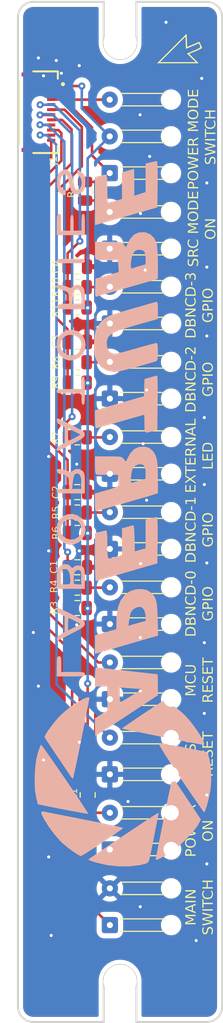
<source format=kicad_pcb>
(kicad_pcb (version 20241229) (generator "pcbnew") (generator_version "9.0")
  (layers (0 "F.Cu" signal) (2 "B.Cu" signal) (13 "F.Paste" user) (15 "B.Paste" user) (5 "F.SilkS" user "F.Silkscreen") (7 "B.SilkS" user "B.Silkscreen") (1 "F.Mask" user) (3 "B.Mask" user) (25 "Edge.Cuts" user))
  (net 0 "")
  (net 1 "GND")
  (net 2 "/EN")
  (net 3 "Net-(D1-A)")
  (net 4 "Net-(D2-A)")
  (net 5 "Net-(D3-A)")
  (net 6 "+3V3")
  (net 7 "/MSW_ON")
  (net 8 "/GNSS_RST")
  (net 9 "/DBNCD_0")
  (net 10 "/DBNCD_3")
  (net 11 "/DBNCD_2")
  (net 12 "/DBNCD_1")
  (net 15 "/DB_3")
  (net 16 "/DB_2")
  (net 17 "/DB_1")
  (net 18 "/DB_0")
  (net 19 "/LED_EXT")
  (net 20 "/SINK-MODE")
  (net 21 "/SRC-MODE")
  (footprint "Connector_Wire:SolderWire-0.1sqmm_1x02_P3.6mm_D0.4mm_OD1mm_Relief" (layer "F.Cu") (at 197.25 139.5 90)
    (property "Reference" "SW1" (hide yes))
    (property "Value" "SPDT")
    (pad "" np_thru_hole circle (at 0 6 90) (size 1.5 1.5) (drill 1.5) (layers "*.Cu" "*.Mask"))
    (pad "" np_thru_hole circle (at 3.6 6 90) (size 1.5 1.5) (drill 1.5) (layers "*.Cu" "*.Mask"))
    (pad "1" thru_hole roundrect (at 0 0 90) (size 1.6 1.6) (drill 0.6) (layers "*.Cu" "*.Mask") (roundrect_rratio 0.15625) (net 7 "/MSW_ON"))
    (pad "2" thru_hole circle (at 3.6 0 90) (size 1.6 1.6) (drill 0.6) (layers "*.Cu" "*.Mask") (net 1 "GND"))
  )
  (footprint "Connector_Wire:SolderWire-0.1sqmm_1x02_P3.6mm_D0.4mm_OD1mm_Relief" (layer "F.Cu") (at 197.25 124.724 90)
    (property "Reference" "SW5" (hide yes))
    (property "Value" "RESET")
    (pad "" np_thru_hole circle (at 0 6 90) (size 1.5 1.5) (drill 1.5) (layers "*.Cu" "*.Mask"))
    (pad "" np_thru_hole circle (at 3.6 6 90) (size 1.5 1.5) (drill 1.5) (layers "*.Cu" "*.Mask"))
    (pad "1" thru_hole roundrect (at 0 0 90) (size 1.6 1.6) (drill 0.6) (layers "*.Cu" "*.Mask") (roundrect_rratio 0.15625) (net 1 "GND"))
    (pad "2" thru_hole circle (at 3.6 0 90) (size 1.6 1.6) (drill 0.6) (layers "*.Cu" "*.Mask") (net 8 "/GNSS_RST"))
  )
  (footprint "Resistor_SMD:R_0805_2012Metric" (layer "F.Cu") (at 194.06 78.961)
    (property "Reference" "R11" (at -2.05 0 90) (layer "F.SilkS") (effects (font (size 0.7 0.7) (thickness 0.7))))
    (property "Value" "10k")
    (pad "1" smd roundrect (at -0.9125 0) (size 1.025 1.4) (layers "F.Cu" "F.Mask" "F.Paste") (roundrect_rratio 0.243902) (net 10 "/DBNCD_3"))
    (pad "2" smd roundrect (at 0.9125 0) (size 1.025 1.4) (layers "F.Cu" "F.Mask" "F.Paste") (roundrect_rratio 0.243902) (net 6 "+3V3"))
  )
  (footprint "Connector_Wire:SolderWire-0.1sqmm_1x02_P3.6mm_D0.4mm_OD1mm_Relief" (layer "F.Cu") (at 197.235 73.195 90)
    (property "Reference" "D1" (hide yes))
    (property "Value" "LED")
    (pad "" np_thru_hole circle (at 0 6 90) (size 1.5 1.5) (drill 1.5) (layers "*.Cu" "*.Mask"))
    (pad "" np_thru_hole circle (at 3.6 6 90) (size 1.5 1.5) (drill 1.5) (layers "*.Cu" "*.Mask"))
    (pad "1" thru_hole roundrect (at 0 0 90) (size 1.6 1.6) (drill 0.6) (layers "*.Cu" "*.Mask") (roundrect_rratio 0.15625) (net 1 "GND"))
    (pad "2" thru_hole circle (at 3.6 0 90) (size 1.6 1.6) (drill 0.6) (layers "*.Cu" "*.Mask") (net 3 "Net-(D1-A)"))
  )
  (footprint "sumec_graphic:CURSOR_IMG" (layer "F.Cu") (at 206.381956 50.226983 90)
    (property "Reference" "G***" (hide yes))
    (property "Value" "LOGO" (hide yes))
  )
  (footprint "Connector_Wire:SolderWire-0.1sqmm_1x02_P3.6mm_D0.4mm_OD1mm_Relief" (layer "F.Cu") (at 197.25 117.358 90)
    (property "Reference" "SW3" (hide yes))
    (property "Value" "RESET")
    (pad "" np_thru_hole circle (at 0 6 90) (size 1.5 1.5) (drill 1.5) (layers "*.Cu" "*.Mask"))
    (pad "" np_thru_hole circle (at 3.6 6 90) (size 1.5 1.5) (drill 1.5) (layers "*.Cu" "*.Mask"))
    (pad "1" thru_hole roundrect (at 0 0 90) (size 1.6 1.6) (drill 0.6) (layers "*.Cu" "*.Mask") (roundrect_rratio 0.15625) (net 1 "GND"))
    (pad "2" thru_hole circle (at 3.6 0 90) (size 1.6 1.6) (drill 0.6) (layers "*.Cu" "*.Mask") (net 2 "/EN"))
  )
  (footprint "MountingHole:MountingHole_3.2mm_M3" (layer "F.Cu") (at 198.25 52.996996 -90)
    (property "Reference" "H2" (hide yes))
    (property "Value" "M3")
    (pad "" np_thru_hole circle (at 0 0 270) (size 3.2 3.2) (drill 3.2) (layers "*.Cu" "*.Mask"))
  )
  (footprint "Resistor_SMD:R_0805_2012Metric" (layer "F.Cu") (at 195.076 126.745 -90)
    (property "Reference" "R1" (at -0.028 1.322 90) (layer "F.SilkS") (effects (font (size 0.7 0.7) (thickness 0.7))))
    (property "Value" "2.2k")
    (pad "1" smd roundrect (at -0.9125 0 270) (size 1.025 1.4) (layers "F.Cu" "F.Mask" "F.Paste") (roundrect_rratio 0.243902) (net 6 "+3V3"))
    (pad "2" smd roundrect (at 0.9125 0 270) (size 1.025 1.4) (layers "F.Cu" "F.Mask" "F.Paste") (roundrect_rratio 0.243902) (net 4 "Net-(D2-A)"))
  )
  (footprint "Resistor_SMD:R_0805_2012Metric" (layer "F.Cu") (at 194.06 99.059 180)
    (property "Reference" "R5" (at 2.05 0 90) (layer "F.SilkS") (effects (font (size 0.7 0.7) (thickness 0.7))))
    (property "Value" "1k")
    (pad "1" smd roundrect (at -0.9125 0 180) (size 1.025 1.4) (layers "F.Cu" "F.Mask" "F.Paste") (roundrect_rratio 0.243902) (net 17 "/DB_1"))
    (pad "2" smd roundrect (at 0.9125 0 180) (size 1.025 1.4) (layers "F.Cu" "F.Mask" "F.Paste") (roundrect_rratio 0.243902) (net 12 "/DBNCD_1"))
  )
  (footprint "Resistor_SMD:R_0805_2012Metric" (layer "F.Cu") (at 194.06 101.059)
    (property "Reference" "R6" (at -2.05 0 90) (layer "F.SilkS") (effects (font (size 0.7 0.7) (thickness 0.7))))
    (property "Value" "10k")
    (pad "1" smd roundrect (at -0.9125 0) (size 1.025 1.4) (layers "F.Cu" "F.Mask" "F.Paste") (roundrect_rratio 0.243902) (net 12 "/DBNCD_1"))
    (pad "2" smd roundrect (at 0.9125 0) (size 1.025 1.4) (layers "F.Cu" "F.Mask" "F.Paste") (roundrect_rratio 0.243902) (net 6 "+3V3"))
  )
  (footprint "gps-compass_brd:GCT_FFC2B28-12-G" (layer "F.Cu") (at 190.254 59.817 -90)
    (property "Reference" "J1" (at 4.75 -1.5 90) (layer "F.SilkS") (effects (font (size 0.7 0.7) (thickness 0.7))))
    (property "Value" "FFC2B28-12-G")
    (pad "1" smd rect (at -2.75 -1.25 270) (size 0.3 0.8) (layers "F.Cu" "F.Paste") (net 1 "GND"))
    (pad "2" smd rect (at -2.25 -1.25 270) (size 0.3 0.8) (layers "F.Cu" "F.Paste") (net 6 "+3V3"))
    (pad "3" smd rect (at -1.75 -1.25 270) (size 0.3 0.8) (layers "F.Cu" "F.Paste") (net 20 "/SINK-MODE"))
    (pad "4" smd rect (at -1.25 -1.25 270) (size 0.3 0.8) (layers "F.Cu" "F.Paste") (net 21 "/SRC-MODE"))
    (pad "5" smd rect (at -0.75 -1.25 270) (size 0.3 0.8) (layers "F.Cu" "F.Paste") (net 10 "/DBNCD_3"))
    (pad "6" smd rect (at -0.25 -1.25 270) (size 0.3 0.8) (layers "F.Cu" "F.Paste") (net 11 "/DBNCD_2"))
    (pad "7" smd rect (at 0.25 -1.25 270) (size 0.3 0.8) (layers "F.Cu" "F.Paste") (net 19 "/LED_EXT"))
    (pad "8" smd rect (at 0.75 -1.25 270) (size 0.3 0.8) (layers "F.Cu" "F.Paste") (net 12 "/DBNCD_1"))
    (pad "9" smd rect (at 1.25 -1.25 270) (size 0.3 0.8) (layers "F.Cu" "F.Paste") (net 9 "/DBNCD_0"))
    (pad "10" smd rect (at 1.75 -1.25 270) (size 0.3 0.8) (layers "F.Cu" "F.Paste") (net 2 "/EN"))
    (pad "11" smd rect (at 2.25 -1.25 270) (size 0.3 0.8) (layers "F.Cu" "F.Paste") (net 8 "/GNSS_RST"))
    (pad "12" smd rect (at 2.75 -1.25 270) (size 0.3 0.8) (layers "F.Cu" "F.Paste") (net 7 "/MSW_ON"))
    (pad "S1" smd rect (at -3.7 1.25 270) (size 0.4 0.8) (layers "F.Cu" "F.Mask" "F.Paste"))
    (pad "S2" smd rect (at 3.7 1.25 270) (size 0.4 0.8) (layers "F.Cu" "F.Mask" "F.Paste"))
  )
  (footprint "Connector_Wire:SolderWire-0.1sqmm_1x03_P3.6mm_D0.4mm_OD1mm_Relief" (layer "F.Cu") (at 197.235 65.785 90)
    (property "Reference" "SW2" (hide yes))
    (property "Value" "SW_SPDT")
    (pad "" np_thru_hole circle (at 0 6 90) (size 1.5 1.5) (drill 1.5) (layers "*.Cu" "*.Mask"))
    (pad "" np_thru_hole circle (at 3.6 6 90) (size 1.5 1.5) (drill 1.5) (layers "*.Cu" "*.Mask"))
    (pad "" np_thru_hole circle (at 7.2 6 90) (size 1.5 1.5) (drill 1.5) (layers "*.Cu" "*.Mask"))
    (pad "1" thru_hole roundrect (at 0 0 90) (size 1.6 1.6) (drill 0.6) (layers "*.Cu" "*.Mask") (roundrect_rratio 0.15625) (net 21 "/SRC-MODE"))
    (pad "2" thru_hole circle (at 3.6 0 90) (size 1.6 1.6) (drill 0.6) (layers "*.Cu" "*.Mask") (net 6 "+3V3"))
    (pad "3" thru_hole circle (at 7.2 0 90) (size 1.6 1.6) (drill 0.6) (layers "*.Cu" "*.Mask") (net 20 "/SINK-MODE"))
  )
  (footprint "Connector_Wire:SolderWire-0.1sqmm_1x02_P3.6mm_D0.4mm_OD1mm_Relief" (layer "F.Cu") (at 197.25 95.26 90)
    (property "Reference" "D3" (hide yes))
    (property "Value" "LED")
    (pad "" np_thru_hole circle (at 0 6 90) (size 1.5 1.5) (drill 1.5) (layers "*.Cu" "*.Mask"))
    (pad "" np_thru_hole circle (at 3.6 6 90) (size 1.5 1.5) (drill 1.5) (layers "*.Cu" "*.Mask"))
    (pad "1" thru_hole roundrect (at 0 0 90) (size 1.6 1.6) (drill 0.6) (layers "*.Cu" "*.Mask") (roundrect_rratio 0.15625) (net 1 "GND"))
    (pad "2" thru_hole circle (at 3.6 0 90) (size 1.6 1.6) (drill 0.6) (layers "*.Cu" "*.Mask") (net 5 "Net-(D3-A)"))
  )
  (footprint "Capacitor_SMD:C_0805_2012Metric" (layer "F.Cu") (at 194.06 104.425 180)
    (property "Reference" "C1" (at 2.25 0.03 90) (layer "F.SilkS") (effects (font (size 0.7 0.7) (thickness 0.7))))
    (property "Value" "100nF")
    (pad "1" smd roundrect (at -0.95 0 180) (size 1 1.45) (layers "F.Cu" "F.Mask" "F.Paste") (net 1 "GND"))
    (pad "2" smd roundrect (at 0.95 0 180) (size 1 1.45) (layers "F.Cu" "F.Mask" "F.Paste") (net 9 "/DBNCD_0"))
  )
  (footprint "Resistor_SMD:R_0805_2012Metric" (layer "F.Cu") (at 194.822 67.563 -90)
    (property "Reference" "R2" (at 0 1.318 90) (layer "F.SilkS") (effects (font (size 0.7 0.7) (thickness 0.7))))
    (property "Value" "2.2k")
    (pad "1" smd roundrect (at -0.9125 0 270) (size 1.025 1.4) (layers "F.Cu" "F.Mask" "F.Paste") (roundrect_rratio 0.243902) (net 21 "/SRC-MODE"))
    (pad "2" smd roundrect (at 0.9125 0 270) (size 1.025 1.4) (layers "F.Cu" "F.Mask" "F.Paste") (roundrect_rratio 0.243902) (net 3 "Net-(D1-A)"))
  )
  (footprint "Capacitor_SMD:C_0805_2012Metric" (layer "F.Cu") (at 194.06 97.059 180)
    (property "Reference" "C2" (at 2.05 0 90) (layer "F.SilkS") (effects (font (size 0.7 0.7) (thickness 0.7))))
    (property "Value" "100n")
    (pad "1" smd roundrect (at -0.95 0 180) (size 1 1.45) (layers "F.Cu" "F.Mask" "F.Paste") (net 1 "GND"))
    (pad "2" smd roundrect (at 0.95 0 180) (size 1 1.45) (layers "F.Cu" "F.Mask" "F.Paste") (net 12 "/DBNCD_1"))
  )
  (footprint "Resistor_SMD:R_0805_2012Metric" (layer "F.Cu") (at 194.06 86.327)
    (property "Reference" "R9" (at -2.05 -0.05 270) (layer "F.SilkS") (effects (font (size 0.7 0.7) (thickness 0.7))))
    (property "Value" "10k")
    (pad "1" smd roundrect (at -0.9125 0) (size 1.025 1.4) (layers "F.Cu" "F.Mask" "F.Paste") (roundrect_rratio 0.243902) (net 11 "/DBNCD_2"))
    (pad "2" smd roundrect (at 0.9125 0) (size 1.025 1.4) (layers "F.Cu" "F.Mask" "F.Paste") (roundrect_rratio 0.243902) (net 6 "+3V3"))
  )
  (footprint "Resistor_SMD:R_0805_2012Metric" (layer "F.Cu") (at 194.06 106.425 180)
    (property "Reference" "R3" (at 2.25 -1.97 90) (layer "F.SilkS") (effects (font (size 0.7 0.7) (thickness 0.7))))
    (property "Value" "1k")
    (pad "1" smd roundrect (at -0.9125 0 180) (size 1.025 1.4) (layers "F.Cu" "F.Mask" "F.Paste") (roundrect_rratio 0.243902) (net 18 "/DB_0"))
    (pad "2" smd roundrect (at 0.9125 0 180) (size 1.025 1.4) (layers "F.Cu" "F.Mask" "F.Paste") (roundrect_rratio 0.243902) (net 9 "/DBNCD_0"))
  )
  (footprint "Connector_Wire:SolderWire-0.1sqmm_1x02_P3.6mm_D0.4mm_OD1mm_Relief" (layer "F.Cu") (at 197.25 109.992 90)
    (property "Reference" "SW4" (hide yes))
    (property "Value" "EXT")
    (pad "" np_thru_hole circle (at 0 6 90) (size 1.5 1.5) (drill 1.5) (layers "*.Cu" "*.Mask"))
    (pad "" np_thru_hole circle (at 3.6 6 90) (size 1.5 1.5) (drill 1.5) (layers "*.Cu" "*.Mask"))
    (pad "1" thru_hole roundrect (at 0 0 90) (size 1.6 1.6) (drill 0.6) (layers "*.Cu" "*.Mask") (roundrect_rratio 0.15625) (net 1 "GND"))
    (pad "2" thru_hole circle (at 3.6 0 90) (size 1.6 1.6) (drill 0.6) (layers "*.Cu" "*.Mask") (net 18 "/DB_0"))
  )
  (footprint "Connector_Wire:SolderWire-0.1sqmm_1x02_P3.6mm_D0.4mm_OD1mm_Relief" (layer "F.Cu") (at 197.25 80.528 90)
    (property "Reference" "SW8" (hide yes))
    (property "Value" "EXT")
    (pad "" np_thru_hole circle (at 0 6 90) (size 1.5 1.5) (drill 1.5) (layers "*.Cu" "*.Mask"))
    (pad "" np_thru_hole circle (at 3.6 6 90) (size 1.5 1.5) (drill 1.5) (layers "*.Cu" "*.Mask"))
    (pad "1" thru_hole roundrect (at 0 0 90) (size 1.6 1.6) (drill 0.6) (layers "*.Cu" "*.Mask") (roundrect_rratio 0.15625) (net 1 "GND"))
    (pad "2" thru_hole circle (at 3.6 0 90) (size 1.6 1.6) (drill 0.6) (layers "*.Cu" "*.Mask") (net 15 "/DB_3"))
  )
  (footprint "Capacitor_SMD:C_0805_2012Metric" (layer "F.Cu") (at 194.06 82.327 180)
    (property "Reference" "C3" (at 2.05 0.05 90) (layer "F.SilkS") (effects (font (size 0.7 0.7) (thickness 0.7))))
    (property "Value" "100n")
    (pad "1" smd roundrect (at -0.95 0 180) (size 1 1.45) (layers "F.Cu" "F.Mask" "F.Paste") (net 1 "GND"))
    (pad "2" smd roundrect (at 0.95 0 180) (size 1 1.45) (layers "F.Cu" "F.Mask" "F.Paste") (net 11 "/DBNCD_2"))
  )
  (footprint "Connector_Wire:SolderWire-0.1sqmm_1x02_P3.6mm_D0.4mm_OD1mm_Relief" (layer "F.Cu") (at 197.25 132.09 90)
    (property "Reference" "D2" (hide yes))
    (property "Value" "LED")
    (pad "" np_thru_hole circle (at 0 6 90) (size 1.5 1.5) (drill 1.5) (layers "*.Cu" "*.Mask"))
    (pad "" np_thru_hole circle (at 3.6 6 90) (size 1.5 1.5) (drill 1.5) (layers "*.Cu" "*.Mask"))
    (pad "1" thru_hole roundrect (at 0 0 90) (size 1.6 1.6) (drill 0.6) (layers "*.Cu" "*.Mask") (roundrect_rratio 0.15625) (net 7 "/MSW_ON"))
    (pad "2" thru_hole circle (at 3.6 0 90) (size 1.6 1.6) (drill 0.6) (layers "*.Cu" "*.Mask") (net 4 "Net-(D2-A)"))
  )
  (footprint "MountingHole:MountingHole_3.2mm_M3" (layer "F.Cu") (at 198.249981 144.996968 -90)
    (property "Reference" "H1" (hide yes))
    (property "Value" "M3")
    (pad "" np_thru_hole circle (at 0 0 270) (size 3.2 3.2) (drill 3.2) (layers "*.Cu" "*.Mask"))
  )
  (footprint "Connector_Wire:SolderWire-0.1sqmm_1x02_P3.6mm_D0.4mm_OD1mm_Relief" (layer "F.Cu") (at 197.25 102.626 90)
    (property "Reference" "SW6" (hide yes))
    (property "Value" "EXT")
    (pad "" np_thru_hole circle (at 0 6 90) (size 1.5 1.5) (drill 1.5) (layers "*.Cu" "*.Mask"))
    (pad "" np_thru_hole circle (at 3.6 6 90) (size 1.5 1.5) (drill 1.5) (layers "*.Cu" "*.Mask"))
    (pad "1" thru_hole roundrect (at 0 0 90) (size 1.6 1.6) (drill 0.6) (layers "*.Cu" "*.Mask") (roundrect_rratio 0.15625) (net 1 "GND"))
    (pad "2" thru_hole circle (at 3.6 0 90) (size 1.6 1.6) (drill 0.6) (layers "*.Cu" "*.Mask") (net 17 "/DB_1"))
  )
  (footprint "Resistor_SMD:R_0805_2012Metric" (layer "F.Cu") (at 194.06 91.693)
    (property "Reference" "R7" (at -2.05 0.05 90) (layer "F.SilkS") (effects (font (size 0.7 0.7) (thickness 0.7))))
    (property "Value" "220R")
    (pad "1" smd roundrect (at -0.9125 0) (size 1.025 1.4) (layers "F.Cu" "F.Mask" "F.Paste") (roundrect_rratio 0.243902) (net 19 "/LED_EXT"))
    (pad "2" smd roundrect (at 0.9125 0) (size 1.025 1.4) (layers "F.Cu" "F.Mask" "F.Paste") (roundrect_rratio 0.243902) (net 5 "Net-(D3-A)"))
  )
  (footprint "Resistor_SMD:R_0805_2012Metric" (layer "F.Cu") (at 194.06 76.961 180)
    (property "Reference" "R10" (at 2.05 0 90) (layer "F.SilkS") (effects (font (size 0.7 0.7) (thickness 0.7))))
    (property "Value" "1k")
    (pad "1" smd roundrect (at -0.9125 0 180) (size 1.025 1.4) (layers "F.Cu" "F.Mask" "F.Paste") (roundrect_rratio 0.243902) (net 15 "/DB_3"))
    (pad "2" smd roundrect (at 0.9125 0 180) (size 1.025 1.4) (layers "F.Cu" "F.Mask" "F.Paste") (roundrect_rratio 0.243902) (net 10 "/DBNCD_3"))
  )
  (footprint "Connector_Wire:SolderWire-0.1sqmm_1x02_P3.6mm_D0.4mm_OD1mm_Relief" (layer "F.Cu") (at 197.25 87.894 90)
    (property "Reference" "SW7" (hide yes))
    (property "Value" "EXT")
    (pad "" np_thru_hole circle (at 0 6 90) (size 1.5 1.5) (drill 1.5) (layers "*.Cu" "*.Mask"))
    (pad "" np_thru_hole circle (at 3.6 6 90) (size 1.5 1.5) (drill 1.5) (layers "*.Cu" "*.Mask"))
    (pad "1" thru_hole roundrect (at 0 0 90) (size 1.6 1.6) (drill 0.6) (layers "*.Cu" "*.Mask") (roundrect_rratio 0.15625) (net 1 "GND"))
    (pad "2" thru_hole circle (at 3.6 0 90) (size 1.6 1.6) (drill 0.6) (layers "*.Cu" "*.Mask") (net 16 "/DB_2"))
  )
  (footprint "Capacitor_SMD:C_0805_2012Metric" (layer "F.Cu") (at 194.06 74.961 180)
    (property "Reference" "C4" (at 2.05 0 90) (layer "F.SilkS") (effects (font (size 0.7 0.7) (thickness 0.7))))
    (property "Value" "100nF")
    (pad "1" smd roundrect (at -0.95 0 180) (size 1 1.45) (layers "F.Cu" "F.Mask" "F.Paste") (net 1 "GND"))
    (pad "2" smd roundrect (at 0.95 0 180) (size 1 1.45) (layers "F.Cu" "F.Mask" "F.Paste") (net 10 "/DBNCD_3"))
  )
  (footprint "Resistor_SMD:R_0805_2012Metric" (layer "F.Cu") (at 194.06 84.327 180)
    (property "Reference" "R8" (at 2.05 -0.05 90) (layer "F.SilkS") (effects (font (size 0.7 0.7) (thickness 0.7))))
    (property "Value" "1k")
    (pad "1" smd roundrect (at -0.9125 0 180) (size 1.025 1.4) (layers "F.Cu" "F.Mask" "F.Paste") (roundrect_rratio 0.243902) (net 16 "/DB_2"))
    (pad "2" smd roundrect (at 0.9125 0 180) (size 1.025 1.4) (layers "F.Cu" "F.Mask" "F.Paste") (roundrect_rratio 0.243902) (net 11 "/DBNCD_2"))
  )
  (footprint "Resistor_SMD:R_0805_2012Metric" (layer "F.Cu") (at 194.06 108.425)
    (property "Reference" "R4" (at -2.25 -2.13 90) (layer "F.SilkS") (effects (font (size 0.7 0.7) (thickness 0.7))))
    (property "Value" "10k")
    (pad "1" smd roundrect (at -0.9125 0) (size 1.025 1.4) (layers "F.Cu" "F.Mask" "F.Paste") (roundrect_rratio 0.243902) (net 9 "/DBNCD_0"))
    (pad "2" smd roundrect (at 0.9125 0) (size 1.025 1.4) (layers "F.Cu" "F.Mask" "F.Paste") (roundrect_rratio 0.243902) (net 6 "+3V3"))
  )
  (footprint "sumec_graphic:APERTURE_ART" (layer "B.Cu") (at 198.5 99 90)
    (property "Reference" "G***" (hide yes))
    (property "Value" "LOGO" (hide yes))
  )
  (gr_arc (start 188.25 50.496968) (mid 188.687499 49.43816) (end 189.744785 48.996996) (stroke (width 0.2)) (layer "Edge.Cuts"))
  (gr_line (start 208.25 147.496968) (end 208.25 50.484578) (stroke (width 0.2)) (layer "Edge.Cuts"))
  (gr_line (start 206.749981 148.996987) (end 206.749981 148.996996) (stroke (width 0.2)) (layer "Edge.Cuts"))
  (gr_line (start 196.65 48.996996) (end 189.744785 48.996996) (stroke (width 0.2)) (layer "Edge.Cuts"))
  (gr_arc (start 196.65 145.0029) (mid 198.247029 143.396979) (end 199.85 144.996996) (stroke (width 0.2)) (layer "Edge.Cuts"))
  (gr_line (start 199.85 148.996996) (end 206.749981 148.996996) (stroke (width 0.2)) (layer "Edge.Cuts"))
  (gr_line (start 199.85 52.996996) (end 199.85 48.996996) (stroke (width 0.2)) (layer "Edge.Cuts"))
  (gr_line (start 188.25 50.496968) (end 188.25 147.496996) (stroke (width 0.2)) (layer "Edge.Cuts"))
  (gr_line (start 196.65 52.996996) (end 196.65 48.996996) (stroke (width 0.2)) (layer "Edge.Cuts"))
  (gr_arc (start 208.25 147.496968) (mid 207.810655 148.557642) (end 206.749981 148.996987) (stroke (width 0.2)) (layer "Edge.Cuts"))
  (gr_line (start 199.85 144.996996) (end 199.85 148.996996) (stroke (width 0.2)) (layer "Edge.Cuts"))
  (gr_line (start 189.749981 148.996996) (end 196.65 148.996996) (stroke (width 0.2)) (layer "Edge.Cuts"))
  (gr_line (start 206.749881 48.996996) (end 199.85 48.996996) (stroke (width 0.2)) (layer "Edge.Cuts"))
  (gr_arc (start 206.749881 48.996996) (mid 207.806202 49.431944) (end 208.25 50.484578) (stroke (width 0.2)) (layer "Edge.Cuts"))
  (gr_arc (start 199.85 52.996996) (mid 198.25 54.596996) (end 196.65 52.996996) (stroke (width 0.2)) (layer "Edge.Cuts"))
  (gr_line (start 196.65 145.0029) (end 196.65 148.996996) (stroke (width 0.2)) (layer "Edge.Cuts"))
  (gr_arc (start 189.749981 148.996996) (mid 188.689346 148.557652) (end 188.25 147.496996) (stroke (width 0.2)) (layer "Edge.Cuts"))
  (gr_text "POWER MODE \nSWITCH" (at 207.75 62.25 90) (layer "F.SilkS") (effects (font (size 1 1) (thickness 0.1)) (justify bottom)))
  (gr_text "GNSS\nRESET" (at 207.5 122.75 90) (layer "F.SilkS") (effects (font (size 1 1) (thickness 0.1)) (justify bottom)))
  (gr_text "POWER\nON" (at 207.5 130.25 90) (layer "F.SilkS") (effects (font (size 1 1) (thickness 0.1)) (justify bottom)))
  (gr_text "DBNCD-2\nGPIO" (at 207.5 86 90) (layer "F.SilkS") (effects (font (size 1 1) (thickness 0.1)) (justify bottom)))
  (gr_text "DBNCD-0\nGPIO" (at 207.5 108 90) (layer "F.SilkS") (effects (font (size 1 1) (thickness 0.1)) (justify bottom)))
  (gr_text "DBNCD-1\nGPIO" (at 207.5 100.75 90) (layer "F.SilkS") (effects (font (size 1 1) (thickness 0.1)) (justify bottom)))
  (gr_text "MAIN\nSWITCH" (at 207.5 137.75 90) (layer "F.SilkS") (effects (font (size 1 1) (thickness 0.1)) (justify bottom)))
  (gr_text "MCU\nRESET" (at 207.5 115.5 90) (layer "F.SilkS") (effects (font (size 1 1) (thickness 0.1)) (justify bottom)))
  (gr_text "EXTERNAL\nLED" (at 207.5 93.5 90) (layer "F.SilkS") (effects (font (size 1 1) (thickness 0.1)) (justify bottom)))
  (gr_text "DBNCD-3\nGPIO" (at 207.5 78.75 90) (layer "F.SilkS") (effects (font (size 1 1) (thickness 0.1)) (justify bottom)))
  (gr_text "SRC MODE\nON" (at 207.75 71.25 90) (layer "F.SilkS") (effects (font (size 1 1) (thickness 0.1)) (justify bottom)))
  (via (at 191.254 93.567) (size 0.7) (drill 0.3) (layers "F.Cu" "B.Cu") (net 1))
  (via (at 206.75 126.75) (size 0.7) (drill 0.3) (layers "F.Cu" "B.Cu") (net 1))
  (via (at 189.754 110.817) (size 0.7) (drill 0.3) (layers "F.Cu" "B.Cu") (net 1))
  (via (at 191.254 132.817) (size 0.7) (drill 0.3) (layers "F.Cu" "B.Cu") (net 1))
  (via (at 191.254 102.817) (size 0.7) (drill 0.3) (layers "F.Cu" "B.Cu") (net 1))
  (via (at 190.25 54.5) (size 0.7) (drill 0.3) (layers "F.Cu" "B.Cu") (net 1))
  (via (at 190.754 123.317) (size 0.7) (drill 0.3) (layers "F.Cu" "B.Cu") (net 1))
  (via (at 194.004 110.067) (size 0.7) (drill 0.3) (layers "F.Cu" "B.Cu") (net 1))
  (via (at 206.75 104) (size 0.7) (drill 0.3) (layers "F.Cu" "B.Cu") (net 1))
  (via (at 200.225 137.7) (size 0.7) (drill 0.3) (layers "F.Cu" "B.Cu") (net 1))
  (via (at 206.75 66.75) (size 0.7) (drill 0.3) (layers "F.Cu" "B.Cu") (net 1))
  (via (at 201.15 64.15) (size 0.7) (drill 0.3) (layers "F.Cu" "B.Cu") (net 1))
  (via (at 206.75 81.75) (size 0.7) (drill 0.3) (layers "F.Cu" "B.Cu") (net 1))
  (via (at 206.5 89.75) (size 0.7) (drill 0.3) (layers "F.Cu" "B.Cu") (net 1))
  (via (at 206.504 96.317) (size 0.7) (drill 0.3) (layers "F.Cu" "B.Cu") (net 1))
  (via (at 200.85 87.05) (size 0.7) (drill 0.3) (layers "F.Cu" "B.Cu") (net 1))
  (via (at 206.5 118.75) (size 0.7) (drill 0.3) (layers "F.Cu" "B.Cu") (net 1))
  (via (at 192.5 56) (size 0.7) (drill 0.3) (layers "F.Cu" "B.Cu") (net 1))
  (via (at 190.75 56.25) (size 0.7) (drill 0.3) (layers "F.Cu" "B.Cu") (net 1))
  (via (at 206.25 56.5) (size 0.7) (drill 0.3) (layers "F.Cu" "B.Cu") (net 1))
  (via (at 200.225 111.317) (size 0.7) (drill 0.3) (layers "F.Cu" "B.Cu") (net 1))
  (via (at 206.504 111.817) (size 0.7) (drill 0.3) (layers "F.Cu" "B.Cu") (net 1))
  (via (at 194.254 121.567) (size 0.7) (drill 0.3) (layers "F.Cu" "B.Cu") (net 1))
  (via (at 200.254 104.067) (size 0.7) (drill 0.3) (layers "F.Cu" "B.Cu") (net 1))
  (via (at 194.254 102.817) (size 0.7) (drill 0.3) (layers "F.Cu" "B.Cu") (net 1))
  (via (at 194.25 55.25) (size 0.7) (drill 0.3) (layers "F.Cu" "B.Cu") (net 1))
  (via (at 200.711239 75.29016) (size 0.7) (drill 0.3) (layers "F.Cu" "B.Cu") (net 1))
  (via (at 191.504 140.517) (size 0.7) (drill 0.3) (layers "F.Cu" "B.Cu") (net 1))
  (via (at 199.030096 127.386183) (size 0.7) (drill 0.3) (layers "F.Cu" "B.Cu") (net 1))
  (via (at 202.75 51) (size 0.7) (drill 0.3) (layers "F.Cu" "B.Cu") (net 1))
  (via (at 190.25 116.077) (size 0.7) (drill 0.3) (layers "F.Cu" "B.Cu") (net 1))
  (via (at 200.225 116.55) (size 0.7) (drill 0.3) (layers "F.Cu" "B.Cu") (net 1))
  (via (at 194.004 94.317) (size 0.7) (drill 0.3) (layers "F.Cu" "B.Cu") (net 1))
  (via (at 192 54.75) (size 0.7) (drill 0.3) (layers "F.Cu" "B.Cu") (net 1))
  (via (at 206.75 133.5) (size 0.7) (drill 0.3) (layers "F.Cu" "B.Cu") (net 1))
  (via (at 205.704 141.017) (size 0.7) (drill 0.3) (layers "F.Cu" "B.Cu") (net 1))
  (via (at 206.75 75) (size 0.7) (drill 0.3) (layers "F.Cu" "B.Cu") (net 1))
  (via (at 200.21 60.067) (size 0.7) (drill 0.3) (layers "F.Cu" "B.Cu") (net 1))
  (via (at 200.504 92.317) (size 0.7) (drill 0.3) (layers "F.Cu" "B.Cu") (net 1))
  (via (at 200.25 69.75) (size 0.7) (drill 0.3) (layers "F.Cu" "B.Cu") (net 1))
  (via (at 200.85 97.85) (size 0.7) (drill 0.3) (layers "F.Cu" "B.Cu") (net 1))
  (segment (start 190.504 108.14337) (end 196.11863 113.758) (width 0.25) (layer "F.Cu") (net 2))
  (segment (start 192.5 61.861) (end 192.5 64.579008) (width 0.25) (layer "F.Cu") (net 2))
  (segment (start 190.504 66.575008) (end 190.504 108.14337) (width 0.25) (layer "F.Cu") (net 2))
  (segment (start 192.206 61.567) (end 192.5 61.861) (width 0.25) (layer "F.Cu") (net 2))
  (segment (start 192.5 64.579008) (end 190.504 66.575008) (width 0.25) (layer "F.Cu") (net 2))
  (segment (start 196.11863 113.758) (end 197.25 113.758) (width 0.25) (layer "F.Cu") (net 2))
  (segment (start 191.504 61.567) (end 192.206 61.567) (width 0.25) (layer "F.Cu") (net 2))
  (segment (start 194.822 68.4755) (end 196.1155 68.4755) (width 0.25) (layer "F.Cu") (net 3))
  (segment (start 196.1155 68.4755) (end 197.235 69.595) (width 0.25) (layer "F.Cu") (net 3))
  (segment (start 197.25 128.49) (end 195.6545 128.49) (width 0.25) (layer "F.Cu") (net 4))
  (segment (start 197.217 128.523) (end 197.25 128.49) (width 0.25) (layer "F.Cu") (net 4))
  (segment (start 195.6545 128.49) (end 194.822 127.6575) (width 0.25) (layer "F.Cu") (net 4))
  (segment (start 194.9725 91.693) (end 197.217 91.693) (width 0.25) (layer "F.Cu") (net 5))
  (segment (start 197.217 91.693) (end 197.25 91.66) (width 0.25) (layer "F.Cu") (net 5))
  (segment (start 194.5 57.25) (end 193.375 57.25) (width 0.25) (layer "F.Cu") (net 6))
  (segment (start 195.0045 101.091) (end 194.9725 101.059) (width 0.25) (layer "F.Cu") (net 6))
  (segment (start 195.0045 108.457) (end 194.9725 108.425) (width 0.25) (layer "F.Cu") (net 6))
  (segment (start 195.0045 78.993) (end 194.9725 78.961) (width 0.25) (layer "F.Cu") (net 6))
  (segment (start 195.076 101.091) (end 195.0045 101.091) (width 0.25) (layer "F.Cu") (net 6))
  (segment (start 195.076 108.457) (end 195.0045 108.457) (width 0.25) (layer "F.Cu") (net 6))
  (segment (start 195.076 86.359) (end 195.0045 86.359) (width 0.25) (layer "F.Cu") (net 6))
  (segment (start 193.375 57.25) (end 193.058 57.567) (width 0.25) (layer "F.Cu") (net 6))
  (segment (start 195.076 78.993) (end 195.0045 78.993) (width 0.25) (layer "F.Cu") (net 6))
  (segment (start 194.9725 108.425) (end 195.076 108.5285) (width 0.25) (layer "F.Cu") (net 6))
  (segment (start 195.0045 86.359) (end 194.9725 86.327) (width 0.25) (layer "F.Cu") (net 6))
  (segment (start 193.058 57.567) (end 191.504 57.567) (width 0.25) (layer "F.Cu") (net 6))
  (segment (start 195.076 125.8325) (end 195.076 115.817) (width 0.25) (layer "F.Cu") (net 6))
  (via (at 195.076 101.091) (size 0.7) (drill 0.3) (layers "F.Cu" "B.Cu") (net 6))
  (via (at 195.076 108.457) (size 0.7) (drill 0.3) (layers "F.Cu" "B.Cu") (net 6))
  (via (at 195.076 115.817) (size 0.7) (drill 0.3) (layers "F.Cu" "B.Cu") (net 6))
  (via (at 195.076 86.359) (size 0.7) (drill 0.3) (layers "F.Cu" "B.Cu") (net 6))
  (via (at 194.5 57.25) (size 0.7) (drill 0.3) (layers "F.Cu" "B.Cu") (net 6))
  (via (at 195.076 78.993) (size 0.7) (drill 0.3) (layers "F.Cu" "B.Cu") (net 6))
  (segment (start 195.076 86.359) (end 195.076 101.091) (width 0.25) (layer "B.Cu") (net 6))
  (segment (start 195.076 101.091) (end 195.076 108.457) (width 0.25) (layer "B.Cu") (net 6))
  (segment (start 195.076 78.993) (end 195.076 86.359) (width 0.25) (layer "B.Cu") (net 6))
  (segment (start 194.5 59.45) (end 197.235 62.185) (width 0.25) (layer "B.Cu") (net 6))
  (segment (start 194.5 57.25) (end 194.5 59.45) (width 0.25) (layer "B.Cu") (net 6))
  (segment (start 195.076 78.993) (end 195.076 64.344) (width 0.25) (layer "B.Cu") (net 6))
  (segment (start 195.076 64.344) (end 197.235 62.185) (width 0.25) (layer "B.Cu") (net 6))
  (segment (start 195.076 115.817) (end 195.076 108.457) (width 0.25) (layer "B.Cu") (net 6))
  (segment (start 189.742 108.965) (end 189.742 66.067008) (width 0.25) (layer "F.Cu") (net 7))
  (segment (start 193.552 112.775) (end 189.742 108.965) (width 0.25) (layer "F.Cu") (net 7))
  (segment (start 197.25 132.09) (end 195.33 134.01) (width 0.25) (layer "F.Cu") (net 7))
  (segment (start 191.504 64.305008) (end 191.504 62.567) (width 0.25) (layer "F.Cu") (net 7))
  (segment (start 193.552 128.392) (end 193.552 112.775) (width 0.25) (layer "F.Cu") (net 7))
  (segment (start 195.33 134.01) (end 195.33 137.58) (width 0.25) (layer "F.Cu") (net 7))
  (segment (start 197.25 132.09) (end 193.552 128.392) (width 0.25) (layer "F.Cu") (net 7))
  (segment (start 195.33 137.58) (end 197.25 139.5) (width 0.25) (layer "F.Cu") (net 7))
  (segment (start 189.742 66.067008) (end 191.504 64.305008) (width 0.25) (layer "F.Cu") (net 7))
  (segment (start 190.430881 62.067) (end 191.504 62.067) (width 0.25) (layer "F.Cu") (net 8))
  (segment (start 190.418346 62.054465) (end 190.430881 62.067) (width 0.25) (layer "F.Cu") (net 8))
  (via (at 190.418346 62.054465) (size 0.7) (drill 0.3) (layers "F.Cu" "B.Cu") (net 8))
  (segment (start 190.420777 62.056896) (end 191.056896 62.056896) (width 0.25) (layer "B.Cu") (net 8))
  (segment (start 192.028 63.028) (end 192.028 115.902) (width 0.25) (layer "B.Cu") (net 8))
  (segment (start 192.028 115.902) (end 197.25 121.124) (width 0.25) (layer "B.Cu") (net 8))
  (segment (start 191.056896 62.056896) (end 192.028 63.028) (width 0.25) (layer "B.Cu") (net 8))
  (segment (start 190.418346 62.054465) (end 190.420777 62.056896) (width 0.25) (layer "B.Cu") (net 8))
  (segment (start 193.11 104.425) (end 193.11 108.3875) (width 0.25) (layer "F.Cu") (net 9))
  (segment (start 190.662817 61.046817) (end 190.683 61.067) (width 0.25) (layer "F.Cu") (net 9))
  (segment (start 190.405968 61.046817) (end 190.662817 61.046817) (width 0.25) (layer "F.Cu") (net 9))
  (segment (start 190.683 61.067) (end 191.504 61.067) (width 0.25) (layer "F.Cu") (net 9))
  (segment (start 193.11 108.3875) (end 193.1475 108.425) (width 0.25) (layer "F.Cu") (net 9))
  (segment (start 193.11 102.935) (end 193.11 104.425) (width 0.25) (layer "F.Cu") (net 9))
  (via (at 193.11 102.935) (size 0.7) (drill 0.3) (layers "F.Cu" "B.Cu") (net 9))
  (via (at 190.405968 61.046817) (size 0.7) (drill 0.3) (layers "F.Cu" "B.Cu") (net 9))
  (segment (start 191.140317 61.046817) (end 192.79 62.6965) (width 0.25) (layer "B.Cu") (net 9))
  (segment (start 192.79 62.6965) (end 192.79 102.615) (width 0.25) (layer "B.Cu") (net 9))
  (segment (start 190.405968 61.046817) (end 191.140317 61.046817) (width 0.25) (layer "B.Cu") (net 9))
  (segment (start 192.79 102.615) (end 193.11 102.935) (width 0.25) (layer "B.Cu") (net 9))
  (segment (start 190.418302 59.086604) (end 191.484396 59.086604) (width 0.25) (layer "F.Cu") (net 10))
  (segment (start 194.314 72.455) (end 193.11 73.659) (width 0.25) (layer "F.Cu") (net 10))
  (segment (start 193.11 78.9235) (end 193.1475 78.961) (width 0.25) (layer "F.Cu") (net 10))
  (segment (start 191.484396 59.086604) (end 191.504 59.067) (width 0.25) (layer "F.Cu") (net 10))
  (segment (start 193.11 73.659) (end 193.11 78.9235) (width 0.25) (layer "F.Cu") (net 10))
  (via (at 194.314 72.455) (size 0.7) (drill 0.3) (layers "F.Cu" "B.Cu") (net 10))
  (via (at 190.418302 59.086604) (size 0.7) (drill 0.3) (layers "F.Cu" "B.Cu") (net 10))
  (segment (start 194.314 61.627) (end 194.314 72.455) (width 0.25) (layer "B.Cu") (net 10))
  (segment (start 191.773604 59.086604) (end 190.418302 59.086604) (width 0.25) (layer "B.Cu") (net 10))
  (segment (start 194.314 61.627) (end 191.773604 59.086604) (width 0.25) (layer "B.Cu") (net 10))
  (segment (start 193.11 86.2895) (end 193.1475 86.327) (width 0.25) (layer "F.Cu") (net 11))
  (segment (start 194.5 61.25) (end 194.5 65.119006) (width 0.25) (layer "F.Cu") (net 11))
  (segment (start 192.028 80.009) (end 193.11 81.091) (width 0.25) (layer "F.Cu") (net 11))
  (segment (start 192.028 67.591006) (end 192.028 80.009) (width 0.25) (layer "F.Cu") (net 11))
  (segment (start 191.504 59.567) (end 192.817 59.567) (width 0.25) (layer "F.Cu") (net 11))
  (segment (start 193.11 81.091) (end 193.11 82.327) (width 0.25) (layer "F.Cu") (net 11))
  (segment (start 194.5 65.119006) (end 192.028 67.591006) (width 0.25) (layer "F.Cu") (net 11))
  (segment (start 192.817 59.567) (end 194.5 61.25) (width 0.25) (layer "F.Cu") (net 11))
  (segment (start 193.11 82.327) (end 193.11 86.2895) (width 0.25) (layer "F.Cu") (net 11))
  (segment (start 193.11 97.059) (end 193.11 101.0215) (width 0.25) (layer "F.Cu") (net 12))
  (segment (start 193.11 101.0215) (end 193.1475 101.059) (width 0.25) (layer "F.Cu") (net 12))
  (segment (start 193.5 61.5) (end 193.5 64.849008) (width 0.25) (layer "F.Cu") (net 12))
  (segment (start 191.266 92.074) (end 193.11 93.918) (width 0.25) (layer "F.Cu") (net 12))
  (segment (start 193.11 93.918) (end 193.11 97.059) (width 0.25) (layer "F.Cu") (net 12))
  (segment (start 191.504 60.567) (end 192.567 60.567) (width 0.25) (layer "F.Cu") (net 12))
  (segment (start 192.567 60.567) (end 193.5 61.5) (width 0.25) (layer "F.Cu") (net 12))
  (segment (start 191.266 67.083008) (end 191.266 92.074) (width 0.25) (layer "F.Cu") (net 12))
  (segment (start 193.5 64.849008) (end 191.266 67.083008) (width 0.25) (layer "F.Cu") (net 12))
  (segment (start 194.9725 76.961) (end 197.217 76.961) (width 0.25) (layer "F.Cu") (net 15))
  (segment (start 197.217 76.961) (end 197.25 76.928) (width 0.25) (layer "F.Cu") (net 15))
  (segment (start 197.217 84.327) (end 197.25 84.294) (width 0.25) (layer "F.Cu") (net 16))
  (segment (start 194.9725 84.327) (end 197.217 84.327) (width 0.25) (layer "F.Cu") (net 16))
  (segment (start 197.217 99.059) (end 197.25 99.026) (width 0.25) (layer "F.Cu") (net 17))
  (segment (start 195.0085 99.023) (end 194.9725 99.059) (width 0.25) (layer "F.Cu") (net 17))
  (segment (start 194.9725 99.059) (end 197.217 99.059) (width 0.25) (layer "F.Cu") (net 17))
  (segment (start 194.9725 106.425) (end 197.217 106.425) (width 0.25) (layer "F.Cu") (net 18))
  (segment (start 197.217 106.425) (end 197.25 106.392) (width 0.25) (layer "F.Cu") (net 18))
  (segment (start 193.552 89.661) (end 193.044 90.169) (width 0.25) (layer "F.Cu") (net 19))
  (segment (start 193.044 91.5895) (end 193.1475 91.693) (width 0.25) (layer "F.Cu") (net 19))
  (segment (start 191.489347 60.081653) (end 191.504 60.067) (width 0.25) (layer "F.Cu") (net 19))
  (segment (start 190.408179 60.081653) (end 191.489347 60.081653) (width 0.25) (layer "F.Cu") (net 19))
  (segment (start 193.044 90.169) (end 193.044 91.5895) (width 0.25) (layer "F.Cu") (net 19))
  (via (at 193.552 89.661) (size 0.7) (drill 0.3) (layers "F.Cu" "B.Cu") (net 19))
  (via (at 190.408179 60.081653) (size 0.7) (drill 0.3) (layers "F.Cu" "B.Cu") (net 19))
  (segment (start 193.552 61.975) (end 193.552 89.661) (width 0.25) (layer "B.Cu") (net 19))
  (segment (start 191.577 60) (end 193.552 61.975) (width 0.25) (layer "B.Cu") (net 19))
  (segment (start 190.489832 60) (end 191.577 60) (width 0.25) (layer "B.Cu") (net 19))
  (segment (start 190.408179 60.081653) (end 190.489832 60) (width 0.25) (layer "B.Cu") (net 19))
  (segment (start 191.504 58.067) (end 193.1495 58.067) (width 0.25) (layer "F.Cu") (net 20))
  (segment (start 193.1495 58.067) (end 193.6675 58.585) (width 0.25) (layer "F.Cu") (net 20))
  (segment (start 193.6675 58.585) (end 197.235 58.585) (width 0.25) (layer "F.Cu") (net 20))
  (segment (start 192.762203 58.567) (end 195.5 61.304797) (width 0.25) (layer "F.Cu") (net 21))
  (segment (start 195.5 64.05) (end 197.235 65.785) (width 0.25) (layer "F.Cu") (net 21))
  (segment (start 191.48 58.591) (end 191.504 58.567) (width 0.25) (layer "F.Cu") (net 21))
  (segment (start 195.5 61.304797) (end 195.5 64.05) (width 0.25) (layer "F.Cu") (net 21))
  (segment (start 191.504 58.567) (end 192.762203 58.567) (width 0.25) (layer "F.Cu") (net 21))
  (segment (start 194.822 66.6505) (end 196.3695 66.6505) (width 0.25) (layer "F.Cu") (net 21))
  (segment (start 196.3695 66.6505) (end 197.235 65.785) (width 0.25) (layer "F.Cu") (net 21))
  (zone (net 1) (net_name "GND") (layers "F.Cu" "B.Cu") (connect_pads (clearance 0.5)) (min_thickness 0.25) (fill yes (thermal_gap 0.5) (thermal_bridge_width 0.5))
    (polygon (pts (xy 188.254 48.817) (xy 208.254 48.817) (xy 208.254 149.067) (xy 188.254 149.067)))
  )
)
</source>
